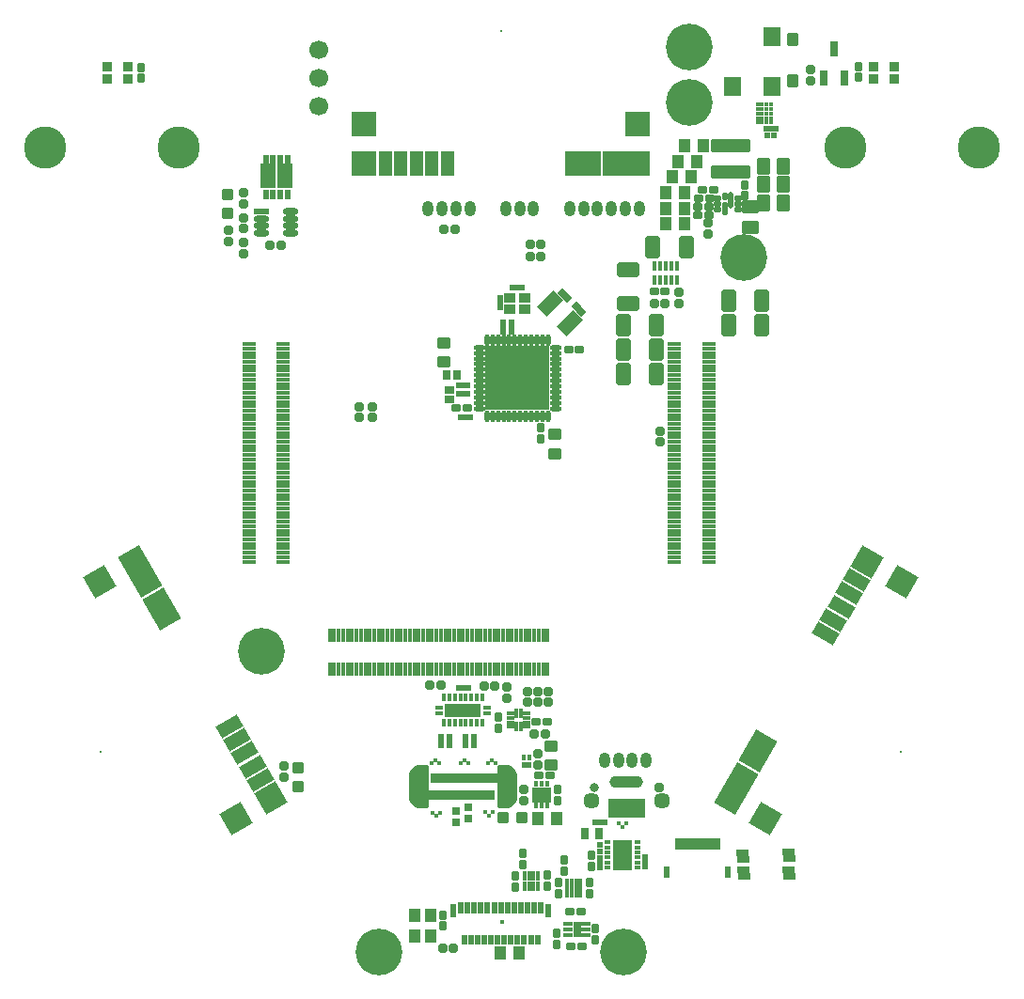
<source format=gts>
G04*
G04 #@! TF.GenerationSoftware,Altium Limited,Altium Designer,21.2.2 (38)*
G04*
G04 Layer_Color=8388736*
%FSLAX25Y25*%
%MOIN*%
G70*
G04*
G04 #@! TF.SameCoordinates,0FD90602-BBB3-4F14-90EE-D32430874176*
G04*
G04*
G04 #@! TF.FilePolarity,Negative*
G04*
G01*
G75*
G04:AMPARAMS|DCode=110|XSize=47.24mil|YSize=27.56mil|CornerRadius=0mil|HoleSize=0mil|Usage=FLASHONLY|Rotation=45.000|XOffset=0mil|YOffset=0mil|HoleType=Round|Shape=Round|*
%AMOVALD110*
21,1,0.01968,0.02756,0.00000,0.00000,45.0*
1,1,0.02756,-0.00696,-0.00696*
1,1,0.02756,0.00696,0.00696*
%
%ADD110OVALD110*%

G04:AMPARAMS|DCode=111|XSize=47.24mil|YSize=27.56mil|CornerRadius=0mil|HoleSize=0mil|Usage=FLASHONLY|Rotation=135.000|XOffset=0mil|YOffset=0mil|HoleType=Round|Shape=Round|*
%AMOVALD111*
21,1,0.01968,0.02756,0.00000,0.00000,135.0*
1,1,0.02756,0.00696,-0.00696*
1,1,0.02756,-0.00696,0.00696*
%
%ADD111OVALD111*%

%ADD112O,0.02559X0.01772*%
%ADD119C,0.01772*%
G04:AMPARAMS|DCode=124|XSize=31.5mil|YSize=31.5mil|CornerRadius=6.3mil|HoleSize=0mil|Usage=FLASHONLY|Rotation=270.000|XOffset=0mil|YOffset=0mil|HoleType=Round|Shape=RoundedRectangle|*
%AMROUNDEDRECTD124*
21,1,0.03150,0.01890,0,0,270.0*
21,1,0.01890,0.03150,0,0,270.0*
1,1,0.01260,-0.00945,-0.00945*
1,1,0.01260,-0.00945,0.00945*
1,1,0.01260,0.00945,0.00945*
1,1,0.01260,0.00945,-0.00945*
%
%ADD124ROUNDEDRECTD124*%
%ADD125R,0.05118X0.01575*%
%ADD126R,0.01575X0.05118*%
%ADD127R,0.01968X0.03740*%
%ADD128R,0.01772X0.02362*%
%ADD129R,0.03543X0.02362*%
G04:AMPARAMS|DCode=130|XSize=62.99mil|YSize=47.24mil|CornerRadius=8.86mil|HoleSize=0mil|Usage=FLASHONLY|Rotation=90.000|XOffset=0mil|YOffset=0mil|HoleType=Round|Shape=RoundedRectangle|*
%AMROUNDEDRECTD130*
21,1,0.06299,0.02953,0,0,90.0*
21,1,0.04528,0.04724,0,0,90.0*
1,1,0.01772,0.01476,0.02264*
1,1,0.01772,0.01476,-0.02264*
1,1,0.01772,-0.01476,-0.02264*
1,1,0.01772,-0.01476,0.02264*
%
%ADD130ROUNDEDRECTD130*%
%ADD131R,0.02362X0.02165*%
%ADD132R,0.02677X0.02441*%
%ADD133C,0.01693*%
G04:AMPARAMS|DCode=134|XSize=47.24mil|YSize=43.31mil|CornerRadius=8.37mil|HoleSize=0mil|Usage=FLASHONLY|Rotation=270.000|XOffset=0mil|YOffset=0mil|HoleType=Round|Shape=RoundedRectangle|*
%AMROUNDEDRECTD134*
21,1,0.04724,0.02657,0,0,270.0*
21,1,0.03051,0.04331,0,0,270.0*
1,1,0.01673,-0.01329,-0.01526*
1,1,0.01673,-0.01329,0.01526*
1,1,0.01673,0.01329,0.01526*
1,1,0.01673,0.01329,-0.01526*
%
%ADD134ROUNDEDRECTD134*%
G04:AMPARAMS|DCode=135|XSize=27.56mil|YSize=31.5mil|CornerRadius=5.91mil|HoleSize=0mil|Usage=FLASHONLY|Rotation=90.000|XOffset=0mil|YOffset=0mil|HoleType=Round|Shape=RoundedRectangle|*
%AMROUNDEDRECTD135*
21,1,0.02756,0.01968,0,0,90.0*
21,1,0.01575,0.03150,0,0,90.0*
1,1,0.01181,0.00984,0.00787*
1,1,0.01181,0.00984,-0.00787*
1,1,0.01181,-0.00984,-0.00787*
1,1,0.01181,-0.00984,0.00787*
%
%ADD135ROUNDEDRECTD135*%
G04:AMPARAMS|DCode=136|XSize=47.24mil|YSize=141.73mil|CornerRadius=9.84mil|HoleSize=0mil|Usage=FLASHONLY|Rotation=90.000|XOffset=0mil|YOffset=0mil|HoleType=Round|Shape=RoundedRectangle|*
%AMROUNDEDRECTD136*
21,1,0.04724,0.12205,0,0,90.0*
21,1,0.02756,0.14173,0,0,90.0*
1,1,0.01968,0.06102,0.01378*
1,1,0.01968,0.06102,-0.01378*
1,1,0.01968,-0.06102,-0.01378*
1,1,0.01968,-0.06102,0.01378*
%
%ADD136ROUNDEDRECTD136*%
G04:AMPARAMS|DCode=137|XSize=29.53mil|YSize=17.72mil|CornerRadius=5.41mil|HoleSize=0mil|Usage=FLASHONLY|Rotation=0.000|XOffset=0mil|YOffset=0mil|HoleType=Round|Shape=RoundedRectangle|*
%AMROUNDEDRECTD137*
21,1,0.02953,0.00689,0,0,0.0*
21,1,0.01870,0.01772,0,0,0.0*
1,1,0.01083,0.00935,-0.00345*
1,1,0.01083,-0.00935,-0.00345*
1,1,0.01083,-0.00935,0.00345*
1,1,0.01083,0.00935,0.00345*
%
%ADD137ROUNDEDRECTD137*%
G04:AMPARAMS|DCode=138|XSize=17.72mil|YSize=29.53mil|CornerRadius=5.41mil|HoleSize=0mil|Usage=FLASHONLY|Rotation=0.000|XOffset=0mil|YOffset=0mil|HoleType=Round|Shape=RoundedRectangle|*
%AMROUNDEDRECTD138*
21,1,0.01772,0.01870,0,0,0.0*
21,1,0.00689,0.02953,0,0,0.0*
1,1,0.01083,0.00345,-0.00935*
1,1,0.01083,-0.00345,-0.00935*
1,1,0.01083,-0.00345,0.00935*
1,1,0.01083,0.00345,0.00935*
%
%ADD138ROUNDEDRECTD138*%
G04:AMPARAMS|DCode=139|XSize=17.72mil|YSize=59.06mil|CornerRadius=5.41mil|HoleSize=0mil|Usage=FLASHONLY|Rotation=0.000|XOffset=0mil|YOffset=0mil|HoleType=Round|Shape=RoundedRectangle|*
%AMROUNDEDRECTD139*
21,1,0.01772,0.04823,0,0,0.0*
21,1,0.00689,0.05906,0,0,0.0*
1,1,0.01083,0.00345,-0.02411*
1,1,0.01083,-0.00345,-0.02411*
1,1,0.01083,-0.00345,0.02411*
1,1,0.01083,0.00345,0.02411*
%
%ADD139ROUNDEDRECTD139*%
G04:AMPARAMS|DCode=140|XSize=17.72mil|YSize=47.24mil|CornerRadius=5.41mil|HoleSize=0mil|Usage=FLASHONLY|Rotation=0.000|XOffset=0mil|YOffset=0mil|HoleType=Round|Shape=RoundedRectangle|*
%AMROUNDEDRECTD140*
21,1,0.01772,0.03642,0,0,0.0*
21,1,0.00689,0.04724,0,0,0.0*
1,1,0.01083,0.00345,-0.01821*
1,1,0.01083,-0.00345,-0.01821*
1,1,0.01083,-0.00345,0.01821*
1,1,0.01083,0.00345,0.01821*
%
%ADD140ROUNDEDRECTD140*%
G04:AMPARAMS|DCode=141|XSize=27.56mil|YSize=31.5mil|CornerRadius=5.91mil|HoleSize=0mil|Usage=FLASHONLY|Rotation=180.000|XOffset=0mil|YOffset=0mil|HoleType=Round|Shape=RoundedRectangle|*
%AMROUNDEDRECTD141*
21,1,0.02756,0.01968,0,0,180.0*
21,1,0.01575,0.03150,0,0,180.0*
1,1,0.01181,-0.00787,0.00984*
1,1,0.01181,0.00787,0.00984*
1,1,0.01181,0.00787,-0.00984*
1,1,0.01181,-0.00787,-0.00984*
%
%ADD141ROUNDEDRECTD141*%
G04:AMPARAMS|DCode=142|XSize=31.5mil|YSize=31.5mil|CornerRadius=6.3mil|HoleSize=0mil|Usage=FLASHONLY|Rotation=180.000|XOffset=0mil|YOffset=0mil|HoleType=Round|Shape=RoundedRectangle|*
%AMROUNDEDRECTD142*
21,1,0.03150,0.01890,0,0,180.0*
21,1,0.01890,0.03150,0,0,180.0*
1,1,0.01260,-0.00945,0.00945*
1,1,0.01260,0.00945,0.00945*
1,1,0.01260,0.00945,-0.00945*
1,1,0.01260,-0.00945,-0.00945*
%
%ADD142ROUNDEDRECTD142*%
G04:AMPARAMS|DCode=143|XSize=15.75mil|YSize=35.43mil|CornerRadius=5.12mil|HoleSize=0mil|Usage=FLASHONLY|Rotation=180.000|XOffset=0mil|YOffset=0mil|HoleType=Round|Shape=RoundedRectangle|*
%AMROUNDEDRECTD143*
21,1,0.01575,0.02520,0,0,180.0*
21,1,0.00551,0.03543,0,0,180.0*
1,1,0.01024,-0.00276,0.01260*
1,1,0.01024,0.00276,0.01260*
1,1,0.01024,0.00276,-0.01260*
1,1,0.01024,-0.00276,-0.01260*
%
%ADD143ROUNDEDRECTD143*%
G04:AMPARAMS|DCode=144|XSize=39.37mil|YSize=39.37mil|CornerRadius=7.87mil|HoleSize=0mil|Usage=FLASHONLY|Rotation=270.000|XOffset=0mil|YOffset=0mil|HoleType=Round|Shape=RoundedRectangle|*
%AMROUNDEDRECTD144*
21,1,0.03937,0.02362,0,0,270.0*
21,1,0.02362,0.03937,0,0,270.0*
1,1,0.01575,-0.01181,-0.01181*
1,1,0.01575,-0.01181,0.01181*
1,1,0.01575,0.01181,0.01181*
1,1,0.01575,0.01181,-0.01181*
%
%ADD144ROUNDEDRECTD144*%
%ADD145R,0.02953X0.04331*%
%ADD146R,0.02362X0.01772*%
%ADD147R,0.07102X0.10646*%
%ADD148R,0.02441X0.02677*%
%ADD149R,0.02165X0.02362*%
%ADD150R,0.01575X0.01575*%
G04:AMPARAMS|DCode=151|XSize=47.24mil|YSize=86.61mil|CornerRadius=0mil|HoleSize=0mil|Usage=FLASHONLY|Rotation=240.000|XOffset=0mil|YOffset=0mil|HoleType=Round|Shape=Rectangle|*
%AMROTATEDRECTD151*
4,1,4,-0.02569,0.04211,0.04932,-0.00120,0.02569,-0.04211,-0.04932,0.00120,-0.02569,0.04211,0.0*
%
%ADD151ROTATEDRECTD151*%

%ADD152P,0.12249X4X285.0*%
G04:AMPARAMS|DCode=153|XSize=125.98mil|YSize=86.61mil|CornerRadius=0mil|HoleSize=0mil|Usage=FLASHONLY|Rotation=240.000|XOffset=0mil|YOffset=0mil|HoleType=Round|Shape=Rectangle|*
%AMROTATEDRECTD153*
4,1,4,-0.00601,0.07621,0.06900,0.03290,0.00601,-0.07621,-0.06900,-0.03290,-0.00601,0.07621,0.0*
%
%ADD153ROTATEDRECTD153*%

G04:AMPARAMS|DCode=154|XSize=165.35mil|YSize=86.61mil|CornerRadius=0mil|HoleSize=0mil|Usage=FLASHONLY|Rotation=240.000|XOffset=0mil|YOffset=0mil|HoleType=Round|Shape=Rectangle|*
%AMROTATEDRECTD154*
4,1,4,0.00383,0.09325,0.07884,0.04995,-0.00383,-0.09325,-0.07884,-0.04995,0.00383,0.09325,0.0*
%
%ADD154ROTATEDRECTD154*%

G04:AMPARAMS|DCode=155|XSize=51.18mil|YSize=82.68mil|CornerRadius=0mil|HoleSize=0mil|Usage=FLASHONLY|Rotation=315.000|XOffset=0mil|YOffset=0mil|HoleType=Round|Shape=Rectangle|*
%AMROTATEDRECTD155*
4,1,4,-0.04733,-0.01114,0.01114,0.04733,0.04733,0.01114,-0.01114,-0.04733,-0.04733,-0.01114,0.0*
%
%ADD155ROTATEDRECTD155*%

%ADD156R,0.01981X0.03950*%
%ADD157R,0.02375X0.03950*%
%ADD158R,0.02559X0.06693*%
G04:AMPARAMS|DCode=159|XSize=47.24mil|YSize=43.31mil|CornerRadius=0mil|HoleSize=0mil|Usage=FLASHONLY|Rotation=91.000|XOffset=0mil|YOffset=0mil|HoleType=Round|Shape=Rectangle|*
%AMROTATEDRECTD159*
4,1,4,0.02206,-0.02324,-0.02124,-0.02400,-0.02206,0.02324,0.02124,0.02400,0.02206,-0.02324,0.0*
%
%ADD159ROTATEDRECTD159*%

%ADD160R,0.03110X0.03228*%
%ADD161R,0.22835X0.22835*%
%ADD162O,0.04134X0.01772*%
%ADD163O,0.01772X0.04134*%
G04:AMPARAMS|DCode=164|XSize=47.24mil|YSize=43.31mil|CornerRadius=8.37mil|HoleSize=0mil|Usage=FLASHONLY|Rotation=180.000|XOffset=0mil|YOffset=0mil|HoleType=Round|Shape=RoundedRectangle|*
%AMROUNDEDRECTD164*
21,1,0.04724,0.02657,0,0,180.0*
21,1,0.03051,0.04331,0,0,180.0*
1,1,0.01673,-0.01526,0.01329*
1,1,0.01673,0.01526,0.01329*
1,1,0.01673,0.01526,-0.01329*
1,1,0.01673,-0.01526,-0.01329*
%
%ADD164ROUNDEDRECTD164*%
%ADD165R,0.04134X0.03740*%
G04:AMPARAMS|DCode=166|XSize=24.41mil|YSize=26.77mil|CornerRadius=0mil|HoleSize=0mil|Usage=FLASHONLY|Rotation=45.000|XOffset=0mil|YOffset=0mil|HoleType=Round|Shape=Rectangle|*
%AMROTATEDRECTD166*
4,1,4,0.00084,-0.01810,-0.01810,0.00084,-0.00084,0.01810,0.01810,-0.00084,0.00084,-0.01810,0.0*
%
%ADD166ROTATEDRECTD166*%

%ADD167R,0.03228X0.03110*%
G04:AMPARAMS|DCode=168|XSize=78.74mil|YSize=53.15mil|CornerRadius=9.6mil|HoleSize=0mil|Usage=FLASHONLY|Rotation=270.000|XOffset=0mil|YOffset=0mil|HoleType=Round|Shape=RoundedRectangle|*
%AMROUNDEDRECTD168*
21,1,0.07874,0.03396,0,0,270.0*
21,1,0.05955,0.05315,0,0,270.0*
1,1,0.01919,-0.01698,-0.02977*
1,1,0.01919,-0.01698,0.02977*
1,1,0.01919,0.01698,0.02977*
1,1,0.01919,0.01698,-0.02977*
%
%ADD168ROUNDEDRECTD168*%
%ADD169R,0.01968X0.03937*%
%ADD170R,0.01968X0.03347*%
%ADD171R,0.02362X0.04528*%
%ADD172R,0.04331X0.05118*%
%ADD173R,0.02756X0.05748*%
%ADD174R,0.03543X0.01772*%
G04:AMPARAMS|DCode=175|XSize=62.99mil|YSize=47.24mil|CornerRadius=8.86mil|HoleSize=0mil|Usage=FLASHONLY|Rotation=0.000|XOffset=0mil|YOffset=0mil|HoleType=Round|Shape=RoundedRectangle|*
%AMROUNDEDRECTD175*
21,1,0.06299,0.02953,0,0,0.0*
21,1,0.04528,0.04724,0,0,0.0*
1,1,0.01772,0.02264,-0.01476*
1,1,0.01772,-0.02264,-0.01476*
1,1,0.01772,-0.02264,0.01476*
1,1,0.01772,0.02264,0.01476*
%
%ADD175ROUNDEDRECTD175*%
%ADD176R,0.03543X0.03543*%
%ADD177R,0.05906X0.06693*%
G04:AMPARAMS|DCode=178|XSize=39.37mil|YSize=39.37mil|CornerRadius=7.87mil|HoleSize=0mil|Usage=FLASHONLY|Rotation=0.000|XOffset=0mil|YOffset=0mil|HoleType=Round|Shape=RoundedRectangle|*
%AMROUNDEDRECTD178*
21,1,0.03937,0.02362,0,0,0.0*
21,1,0.02362,0.03937,0,0,0.0*
1,1,0.01575,0.01181,-0.01181*
1,1,0.01575,-0.01181,-0.01181*
1,1,0.01575,-0.01181,0.01181*
1,1,0.01575,0.01181,0.01181*
%
%ADD178ROUNDEDRECTD178*%
%ADD179R,0.07099X0.05524*%
%ADD180R,0.01772X0.02165*%
%ADD181R,0.01968X0.03543*%
%ADD182R,0.05433X0.09016*%
%ADD183O,0.05591X0.02362*%
%ADD184R,0.05591X0.02362*%
%ADD185R,0.02756X0.03150*%
%ADD186R,0.12598X0.04724*%
%ADD187R,0.03150X0.01772*%
%ADD188R,0.01772X0.03150*%
%ADD189R,0.01654X0.03543*%
%ADD190R,0.02559X0.01654*%
G04:AMPARAMS|DCode=191|XSize=47.24mil|YSize=86.61mil|CornerRadius=0mil|HoleSize=0mil|Usage=FLASHONLY|Rotation=120.000|XOffset=0mil|YOffset=0mil|HoleType=Round|Shape=Rectangle|*
%AMROTATEDRECTD191*
4,1,4,0.04932,0.00120,-0.02569,-0.04211,-0.04932,-0.00120,0.02569,0.04211,0.04932,0.00120,0.0*
%
%ADD191ROTATEDRECTD191*%

%ADD192R,0.04724X0.08661*%
%ADD193R,0.08661X0.08661*%
%ADD194R,0.12598X0.08661*%
%ADD195R,0.16535X0.08661*%
%ADD196P,0.12249X4X165.0*%
G04:AMPARAMS|DCode=197|XSize=125.98mil|YSize=86.61mil|CornerRadius=0mil|HoleSize=0mil|Usage=FLASHONLY|Rotation=120.000|XOffset=0mil|YOffset=0mil|HoleType=Round|Shape=Rectangle|*
%AMROTATEDRECTD197*
4,1,4,0.06900,-0.03290,-0.00601,-0.07621,-0.06900,0.03290,0.00601,0.07621,0.06900,-0.03290,0.0*
%
%ADD197ROTATEDRECTD197*%

G04:AMPARAMS|DCode=198|XSize=165.35mil|YSize=86.61mil|CornerRadius=0mil|HoleSize=0mil|Usage=FLASHONLY|Rotation=120.000|XOffset=0mil|YOffset=0mil|HoleType=Round|Shape=Rectangle|*
%AMROTATEDRECTD198*
4,1,4,0.07884,-0.04995,0.00383,-0.09325,-0.07884,0.04995,-0.00383,0.09325,0.07884,-0.04995,0.0*
%
%ADD198ROTATEDRECTD198*%

%ADD199R,0.01772X0.03347*%
G04:AMPARAMS|DCode=200|XSize=78.74mil|YSize=53.15mil|CornerRadius=9.6mil|HoleSize=0mil|Usage=FLASHONLY|Rotation=0.000|XOffset=0mil|YOffset=0mil|HoleType=Round|Shape=RoundedRectangle|*
%AMROUNDEDRECTD200*
21,1,0.07874,0.03396,0,0,0.0*
21,1,0.05955,0.05315,0,0,0.0*
1,1,0.01919,0.02977,-0.01698*
1,1,0.01919,-0.02977,-0.01698*
1,1,0.01919,-0.02977,0.01698*
1,1,0.01919,0.02977,0.01698*
%
%ADD200ROUNDEDRECTD200*%
G04:AMPARAMS|DCode=201|XSize=39.37mil|YSize=47.24mil|CornerRadius=7.87mil|HoleSize=0mil|Usage=FLASHONLY|Rotation=0.000|XOffset=0mil|YOffset=0mil|HoleType=Round|Shape=RoundedRectangle|*
%AMROUNDEDRECTD201*
21,1,0.03937,0.03150,0,0,0.0*
21,1,0.02362,0.04724,0,0,0.0*
1,1,0.01575,0.01181,-0.01575*
1,1,0.01575,-0.01181,-0.01575*
1,1,0.01575,-0.01181,0.01575*
1,1,0.01575,0.01181,0.01575*
%
%ADD201ROUNDEDRECTD201*%
%ADD202R,0.03150X0.05512*%
%ADD203R,0.01968X0.03543*%
%ADD204C,0.00800*%
%ADD205C,0.16535*%
%ADD206O,0.03937X0.05512*%
%ADD207C,0.14961*%
%ADD208O,0.11811X0.04331*%
%ADD209C,0.03740*%
%ADD210C,0.03150*%
%ADD211C,0.05709*%
%ADD212C,0.06693*%
G36*
X154628Y74316D02*
X154705Y74316D01*
X154720Y74315D01*
X154756Y74313D01*
X154807Y74302D01*
X154807D01*
X154807Y74302D01*
X154833Y74294D01*
X154856Y74286D01*
X155000Y74226D01*
X155000D01*
X155000Y74226D01*
X155000Y74226D01*
X155011Y74221D01*
X155047Y74203D01*
X155060Y74194D01*
X155089Y74174D01*
X155120Y74148D01*
X155128Y74140D01*
X155128Y74140D01*
D01*
D01*
X155239Y74030D01*
X155239Y74030D01*
X155273Y73991D01*
X155302Y73948D01*
D01*
X155302Y73948D01*
X155311Y73928D01*
X155324Y73902D01*
X155384Y73757D01*
X155384Y73757D01*
X155401Y73708D01*
X155409Y73668D01*
X155411Y73657D01*
X155413Y73621D01*
X155414Y73606D01*
X155414Y73528D01*
Y73528D01*
Y73528D01*
X155414Y59551D01*
X155414Y59551D01*
X155414Y59473D01*
Y59473D01*
Y59473D01*
X155411Y59421D01*
X155405Y59391D01*
X155401Y59371D01*
X155401Y59371D01*
D01*
X155400Y59369D01*
X155384Y59322D01*
X155384Y59322D01*
X155324Y59177D01*
X155324Y59177D01*
X155301Y59131D01*
X155287Y59109D01*
X155273Y59088D01*
X155249Y59061D01*
X155239Y59049D01*
X155128Y58938D01*
X155128Y58938D01*
X155089Y58904D01*
X155068Y58890D01*
X155046Y58876D01*
X155000Y58853D01*
X155000Y58853D01*
X155000Y58853D01*
X154855Y58793D01*
X154855Y58793D01*
X154855Y58793D01*
X154809Y58777D01*
X154806Y58776D01*
D01*
X154806Y58776D01*
X154779Y58771D01*
X154756Y58766D01*
X154756Y58766D01*
X154756D01*
X154745Y58765D01*
X154704Y58763D01*
X154704D01*
X154704D01*
X154626Y58763D01*
D01*
X152855Y58763D01*
X152855Y58763D01*
X152467Y58763D01*
X152454Y58764D01*
X152441D01*
X152428Y58766D01*
X152416Y58766D01*
X152403Y58769D01*
X152390Y58771D01*
X151629Y58922D01*
X151617Y58925D01*
X151604Y58928D01*
X151592Y58932D01*
X151579Y58935D01*
X151568Y58940D01*
X151555Y58944D01*
X150839Y59241D01*
X150827Y59247D01*
X150815Y59252D01*
X150804Y59258D01*
X150792Y59264D01*
X150782Y59271D01*
X150770Y59277D01*
X150126Y59708D01*
X150115Y59716D01*
X150105Y59723D01*
X150095Y59732D01*
X150085Y59740D01*
X150075Y59749D01*
X150066Y59757D01*
X149517Y60306D01*
X149509Y60316D01*
X149500Y60325D01*
X149492Y60335D01*
X149483Y60345D01*
X149476Y60355D01*
X149468Y60366D01*
X149037Y61010D01*
X149031Y61022D01*
X149024Y61032D01*
X149018Y61044D01*
X149012Y61055D01*
X149007Y61067D01*
X149001Y61079D01*
X148704Y61795D01*
X148700Y61807D01*
X148695Y61819D01*
X148692Y61832D01*
X148688Y61844D01*
X148685Y61857D01*
X148682Y61869D01*
X148530Y62630D01*
X148529Y62643D01*
X148526Y62655D01*
X148525Y62668D01*
X148524Y62681D01*
Y62694D01*
X148523Y62707D01*
Y63095D01*
X148523Y69984D01*
X148523Y69984D01*
X148523Y70372D01*
X148523Y70385D01*
Y70398D01*
X148525Y70411D01*
X148526Y70423D01*
X148529Y70436D01*
X148530Y70449D01*
X148681Y71209D01*
X148685Y71222D01*
X148687Y71235D01*
X148691Y71247D01*
X148695Y71259D01*
X148700Y71271D01*
X148704Y71284D01*
X149001Y72000D01*
X149006Y72012D01*
X149011Y72023D01*
X149018Y72035D01*
X149023Y72046D01*
X149031Y72057D01*
X149037Y72068D01*
X149468Y72713D01*
X149476Y72723D01*
X149483Y72734D01*
X149492Y72744D01*
X149499Y72754D01*
X149509Y72763D01*
X149517Y72773D01*
X150065Y73321D01*
X150075Y73330D01*
X150084Y73339D01*
X150094Y73347D01*
X150104Y73355D01*
X150115Y73362D01*
X150125Y73370D01*
X150770Y73801D01*
X150781Y73808D01*
X150792Y73815D01*
X150803Y73820D01*
X150815Y73827D01*
X150826Y73832D01*
X150838Y73838D01*
X151555Y74134D01*
X151567Y74138D01*
X151579Y74143D01*
X151591Y74147D01*
X151603Y74151D01*
X151616Y74154D01*
X151628Y74157D01*
X152389Y74308D01*
X152402Y74310D01*
X152415Y74312D01*
X152427Y74313D01*
X152440Y74315D01*
X152453D01*
X152466Y74316D01*
X152854Y74316D01*
D01*
X154626Y74316D01*
X154628Y74316D01*
D02*
G37*
G36*
X180807Y74316D02*
D01*
X182480Y74316D01*
X182481Y74316D01*
X182878Y74316D01*
X182890Y74315D01*
X182903D01*
X182916Y74313D01*
X182929Y74313D01*
X182942Y74310D01*
X182955Y74308D01*
X183734Y74153D01*
X183747Y74150D01*
X183759Y74147D01*
X183772Y74143D01*
X183784Y74140D01*
X183796Y74135D01*
X183808Y74131D01*
X184543Y73827D01*
X184554Y73821D01*
X184566Y73816D01*
X184578Y73810D01*
X184589Y73804D01*
X184600Y73797D01*
X184611Y73790D01*
X185272Y73349D01*
X185282Y73341D01*
X185293Y73334D01*
X185303Y73325D01*
X185313Y73317D01*
X185322Y73308D01*
X185332Y73300D01*
X185894Y72738D01*
X185903Y72728D01*
X185912Y72719D01*
X185919Y72708D01*
X185928Y72699D01*
X185935Y72688D01*
X185943Y72678D01*
X186385Y72017D01*
X186391Y72006D01*
X186398Y71995D01*
X186404Y71983D01*
X186411Y71972D01*
X186416Y71960D01*
X186421Y71949D01*
X186725Y71214D01*
X186730Y71202D01*
X186734Y71190D01*
X186738Y71177D01*
X186742Y71165D01*
X186745Y71153D01*
X186748Y71140D01*
X186903Y70360D01*
X186905Y70347D01*
X186907Y70335D01*
X186908Y70322D01*
X186910Y70309D01*
Y70296D01*
X186911Y70283D01*
X186910Y69886D01*
D01*
X186910Y63094D01*
X186910Y63094D01*
X186910Y62707D01*
X186909Y62694D01*
Y62681D01*
X186908Y62668D01*
X186907Y62655D01*
X186904Y62643D01*
X186902Y62630D01*
X186751Y61869D01*
X186748Y61857D01*
X186745Y61844D01*
X186741Y61832D01*
X186738Y61819D01*
X186733Y61807D01*
X186729Y61795D01*
X186432Y61079D01*
X186426Y61067D01*
X186421Y61055D01*
X186415Y61044D01*
X186409Y61032D01*
X186402Y61022D01*
X186396Y61011D01*
X185965Y60366D01*
X185957Y60356D01*
X185950Y60345D01*
X185941Y60335D01*
X185933Y60325D01*
X185924Y60316D01*
X185916Y60306D01*
X185368Y59758D01*
X185358Y59749D01*
X185349Y59740D01*
X185338Y59732D01*
X185329Y59724D01*
X185318Y59717D01*
X185308Y59709D01*
X184663Y59278D01*
X184652Y59271D01*
X184641Y59264D01*
X184630Y59259D01*
X184618Y59252D01*
X184606Y59247D01*
X184595Y59241D01*
X183879Y58944D01*
X183866Y58940D01*
X183854Y58935D01*
X183842Y58932D01*
X183830Y58928D01*
X183817Y58925D01*
X183805Y58922D01*
X183044Y58771D01*
X183031Y58769D01*
X183019Y58766D01*
X183006Y58766D01*
X182993Y58764D01*
X182980D01*
X182967Y58763D01*
X182579Y58763D01*
X182579D01*
X182579D01*
X180807Y58763D01*
X180807Y58763D01*
X180806Y58763D01*
X180728Y58763D01*
X180704Y58764D01*
X180677Y58766D01*
X180677Y58766D01*
X180677D01*
X180626Y58776D01*
X180577Y58793D01*
X180577Y58793D01*
X180433Y58853D01*
X180433Y58853D01*
X180433Y58853D01*
X180433Y58853D01*
X180426Y58856D01*
X180386Y58876D01*
X180361Y58893D01*
X180343Y58905D01*
X180315Y58930D01*
X180305Y58939D01*
X180305Y58939D01*
D01*
D01*
X180194Y59049D01*
X180194Y59049D01*
X180160Y59088D01*
X180160Y59088D01*
X180160Y59088D01*
X180131Y59131D01*
X180113Y59169D01*
X180109Y59177D01*
X180109Y59177D01*
X180109Y59177D01*
X180109Y59177D01*
X180049Y59322D01*
X180049Y59322D01*
X180049Y59322D01*
X180049Y59322D01*
X180044Y59335D01*
X180032Y59371D01*
X180022Y59421D01*
Y59421D01*
X180022Y59421D01*
X180020Y59454D01*
X180019Y59473D01*
Y59551D01*
X180019Y73527D01*
X180019Y73606D01*
Y73606D01*
Y73606D01*
X180022Y73656D01*
X180022Y73657D01*
D01*
X180022Y73657D01*
X180027Y73681D01*
X180032Y73708D01*
X180049Y73757D01*
X180049Y73757D01*
X180049Y73757D01*
X180109Y73901D01*
X180109Y73902D01*
X180109Y73902D01*
X180132Y73948D01*
X180147Y73971D01*
X180160Y73991D01*
X180194Y74030D01*
X180194Y74030D01*
X180194Y74030D01*
X180305Y74141D01*
X180305Y74141D01*
X180305Y74141D01*
X180314Y74148D01*
X180344Y74174D01*
X180344Y74174D01*
X180344Y74175D01*
X180361Y74186D01*
X180387Y74203D01*
X180387Y74203D01*
D01*
X180391Y74205D01*
X180433Y74226D01*
X180433Y74226D01*
X180433Y74226D01*
X180578Y74286D01*
X180578Y74286D01*
X180578Y74286D01*
X180615Y74299D01*
X180627Y74303D01*
X180627Y74303D01*
X180627Y74303D01*
X180650Y74307D01*
X180677Y74313D01*
X180677Y74313D01*
X180678D01*
X180692Y74314D01*
X180729Y74316D01*
X180729D01*
X180729D01*
X180807Y74316D01*
D02*
G37*
D110*
X151988Y70870D02*
D03*
X183445Y62209D02*
D03*
D111*
X151988D02*
D03*
X183445Y70870D02*
D03*
D112*
X152854Y66539D02*
D03*
X182579D02*
D03*
D119*
X181496Y18504D02*
D03*
D124*
X155807Y102362D02*
D03*
X159744D02*
D03*
X254921Y272146D02*
D03*
X250984D02*
D03*
X196949Y85039D02*
D03*
X193012D02*
D03*
X160433Y9252D02*
D03*
X164370D02*
D03*
X175099Y102067D02*
D03*
X179035D02*
D03*
X195374Y258957D02*
D03*
X191437D02*
D03*
X195374Y254527D02*
D03*
X191437D02*
D03*
X103150Y258661D02*
D03*
X99213D02*
D03*
X235433Y237795D02*
D03*
X239370D02*
D03*
X164961Y264173D02*
D03*
X161024D02*
D03*
D125*
X103976Y215591D02*
D03*
Y214016D02*
D03*
Y210866D02*
D03*
Y212441D02*
D03*
Y206142D02*
D03*
Y204567D02*
D03*
Y207717D02*
D03*
Y209291D02*
D03*
Y199843D02*
D03*
Y198268D02*
D03*
Y201417D02*
D03*
Y202992D02*
D03*
Y193543D02*
D03*
Y191969D02*
D03*
Y195118D02*
D03*
Y196693D02*
D03*
Y187244D02*
D03*
Y185669D02*
D03*
Y188819D02*
D03*
Y190394D02*
D03*
Y180945D02*
D03*
Y179370D02*
D03*
Y182520D02*
D03*
Y184095D02*
D03*
Y177795D02*
D03*
X91851Y176221D02*
D03*
Y182520D02*
D03*
Y180945D02*
D03*
Y177795D02*
D03*
Y179370D02*
D03*
Y188819D02*
D03*
Y187244D02*
D03*
Y184095D02*
D03*
Y185669D02*
D03*
Y195118D02*
D03*
Y193543D02*
D03*
Y190394D02*
D03*
Y191969D02*
D03*
Y201417D02*
D03*
Y199843D02*
D03*
Y196693D02*
D03*
Y198268D02*
D03*
Y209291D02*
D03*
Y207717D02*
D03*
Y202992D02*
D03*
Y206142D02*
D03*
Y212441D02*
D03*
Y210866D02*
D03*
Y214016D02*
D03*
Y215591D02*
D03*
Y174646D02*
D03*
Y173071D02*
D03*
Y169921D02*
D03*
Y171496D02*
D03*
Y165197D02*
D03*
Y163622D02*
D03*
Y166772D02*
D03*
Y168347D02*
D03*
Y158898D02*
D03*
Y157323D02*
D03*
Y160473D02*
D03*
Y162047D02*
D03*
Y204567D02*
D03*
Y154173D02*
D03*
Y155748D02*
D03*
X103976Y157323D02*
D03*
Y155748D02*
D03*
Y154173D02*
D03*
Y163622D02*
D03*
Y162047D02*
D03*
Y158898D02*
D03*
Y160473D02*
D03*
Y169921D02*
D03*
Y168347D02*
D03*
Y165197D02*
D03*
Y166772D02*
D03*
Y173071D02*
D03*
Y171496D02*
D03*
Y174646D02*
D03*
Y176221D02*
D03*
X91851Y217165D02*
D03*
X103976D02*
D03*
Y152599D02*
D03*
X91851Y152599D02*
D03*
X103976Y218740D02*
D03*
X91851D02*
D03*
Y151024D02*
D03*
X103976Y151024D02*
D03*
X91851Y220315D02*
D03*
X103976D02*
D03*
Y149449D02*
D03*
X91851Y149449D02*
D03*
X103976Y223465D02*
D03*
X91851D02*
D03*
Y221890D02*
D03*
X103976D02*
D03*
X91851Y146299D02*
D03*
X103976Y146299D02*
D03*
Y147874D02*
D03*
X91851Y147874D02*
D03*
X254803Y215591D02*
D03*
Y214016D02*
D03*
Y210866D02*
D03*
Y212441D02*
D03*
Y206142D02*
D03*
Y204567D02*
D03*
Y207717D02*
D03*
Y209291D02*
D03*
Y199843D02*
D03*
Y198268D02*
D03*
Y201417D02*
D03*
Y202992D02*
D03*
Y193543D02*
D03*
Y191969D02*
D03*
Y195118D02*
D03*
Y196693D02*
D03*
Y187244D02*
D03*
Y185669D02*
D03*
Y188819D02*
D03*
Y190394D02*
D03*
Y180945D02*
D03*
Y179370D02*
D03*
Y182520D02*
D03*
Y184095D02*
D03*
Y177795D02*
D03*
X242677Y176221D02*
D03*
Y182520D02*
D03*
Y180945D02*
D03*
Y177795D02*
D03*
Y179370D02*
D03*
Y188819D02*
D03*
Y187244D02*
D03*
Y184095D02*
D03*
Y185669D02*
D03*
Y195118D02*
D03*
Y193543D02*
D03*
Y190394D02*
D03*
Y191969D02*
D03*
Y201417D02*
D03*
Y199843D02*
D03*
Y196693D02*
D03*
Y198268D02*
D03*
Y209291D02*
D03*
Y207717D02*
D03*
Y202992D02*
D03*
Y206142D02*
D03*
Y212441D02*
D03*
Y210866D02*
D03*
Y214016D02*
D03*
Y215591D02*
D03*
Y174646D02*
D03*
Y173071D02*
D03*
Y169921D02*
D03*
Y171496D02*
D03*
Y165197D02*
D03*
Y163622D02*
D03*
Y166772D02*
D03*
Y168347D02*
D03*
Y158898D02*
D03*
Y157323D02*
D03*
Y160473D02*
D03*
Y162047D02*
D03*
Y204567D02*
D03*
Y154173D02*
D03*
Y155748D02*
D03*
X254803Y157323D02*
D03*
Y155748D02*
D03*
Y154173D02*
D03*
Y163622D02*
D03*
Y162047D02*
D03*
Y158898D02*
D03*
Y160473D02*
D03*
Y169921D02*
D03*
Y168347D02*
D03*
Y165197D02*
D03*
Y166772D02*
D03*
Y173071D02*
D03*
Y171496D02*
D03*
Y174646D02*
D03*
Y176221D02*
D03*
X242677Y217165D02*
D03*
X254803D02*
D03*
Y152599D02*
D03*
X242677Y152599D02*
D03*
X254803Y218740D02*
D03*
X242677D02*
D03*
Y151024D02*
D03*
X254803Y151024D02*
D03*
X242677Y220315D02*
D03*
X254803D02*
D03*
Y149449D02*
D03*
X242677Y149449D02*
D03*
X254803Y223465D02*
D03*
X242677D02*
D03*
Y221890D02*
D03*
X254803D02*
D03*
X242677Y146299D02*
D03*
X254803Y146299D02*
D03*
Y147874D02*
D03*
X242677Y147874D02*
D03*
D126*
X189764Y108071D02*
D03*
X188189D02*
D03*
X185039D02*
D03*
X186614D02*
D03*
X180315D02*
D03*
X178740D02*
D03*
X181890D02*
D03*
X183465D02*
D03*
X174016D02*
D03*
X172441D02*
D03*
X175591D02*
D03*
X177165D02*
D03*
X167717D02*
D03*
X166142D02*
D03*
X169291D02*
D03*
X170866D02*
D03*
X161417D02*
D03*
X159843D02*
D03*
X162992D02*
D03*
X164567D02*
D03*
X155118D02*
D03*
X153543D02*
D03*
X156693D02*
D03*
X158268D02*
D03*
X151969D02*
D03*
X150394Y120197D02*
D03*
X156693D02*
D03*
X155118D02*
D03*
X151969D02*
D03*
X153543D02*
D03*
X162992D02*
D03*
X161417D02*
D03*
X158268D02*
D03*
X159843D02*
D03*
X169291D02*
D03*
X167717D02*
D03*
X164567D02*
D03*
X166142D02*
D03*
X175591D02*
D03*
X174016D02*
D03*
X170866D02*
D03*
X172441D02*
D03*
X183465D02*
D03*
X181890D02*
D03*
X177165D02*
D03*
X180315D02*
D03*
X186614D02*
D03*
X185039D02*
D03*
X188189D02*
D03*
X189764D02*
D03*
X148819D02*
D03*
X147244D02*
D03*
X144095D02*
D03*
X145669D02*
D03*
X139370D02*
D03*
X137795D02*
D03*
X140945D02*
D03*
X142520D02*
D03*
X133071D02*
D03*
X131496D02*
D03*
X134646D02*
D03*
X136221D02*
D03*
X178740D02*
D03*
X128347D02*
D03*
X129921D02*
D03*
X131496Y108071D02*
D03*
X129921D02*
D03*
X128347D02*
D03*
X137795D02*
D03*
X136221D02*
D03*
X133071D02*
D03*
X134646D02*
D03*
X144095D02*
D03*
X142520D02*
D03*
X139370D02*
D03*
X140945D02*
D03*
X147244D02*
D03*
X145669D02*
D03*
X148819D02*
D03*
X150394D02*
D03*
X191339Y120197D02*
D03*
Y108071D02*
D03*
X126772D02*
D03*
X126772Y120197D02*
D03*
X192913Y108071D02*
D03*
Y120197D02*
D03*
X125197D02*
D03*
X125197Y108071D02*
D03*
X194488Y120197D02*
D03*
Y108071D02*
D03*
X123622D02*
D03*
X123622Y120197D02*
D03*
X197638Y108071D02*
D03*
Y120197D02*
D03*
X196063D02*
D03*
Y108071D02*
D03*
X120473Y120197D02*
D03*
X120473Y108071D02*
D03*
X122047D02*
D03*
X122047Y120197D02*
D03*
D127*
X157382Y69512D02*
D03*
X159350D02*
D03*
X161319D02*
D03*
X163287D02*
D03*
X165256D02*
D03*
X167225D02*
D03*
X169193D02*
D03*
X171161D02*
D03*
X173130D02*
D03*
X175099D02*
D03*
X177067D02*
D03*
X179035D02*
D03*
X178051Y63567D02*
D03*
X176083D02*
D03*
X174114D02*
D03*
X172146D02*
D03*
X170177D02*
D03*
X168209D02*
D03*
X166240D02*
D03*
X164272D02*
D03*
X162303D02*
D03*
X160335D02*
D03*
X158366D02*
D03*
X156398D02*
D03*
D128*
X191142Y76870D02*
D03*
X189370D02*
D03*
D129*
X190256Y74114D02*
D03*
D130*
X281201Y273622D02*
D03*
X274114D02*
D03*
X274114Y286614D02*
D03*
X281201D02*
D03*
X274114Y280118D02*
D03*
X281201D02*
D03*
D131*
X275689Y297539D02*
D03*
X278051D02*
D03*
D132*
X275689Y299902D02*
D03*
X278288D02*
D03*
X214941Y53740D02*
D03*
X217539D02*
D03*
X188307Y243504D02*
D03*
X185709D02*
D03*
X169016Y205807D02*
D03*
X166417D02*
D03*
X167225Y197353D02*
D03*
X169823D02*
D03*
X166417Y208957D02*
D03*
X169016D02*
D03*
X166516Y101378D02*
D03*
X169114D02*
D03*
D133*
X272146Y308366D02*
D03*
X273721D02*
D03*
X275295D02*
D03*
X276870D02*
D03*
X272146Y306791D02*
D03*
X273721D02*
D03*
X275295D02*
D03*
X276870D02*
D03*
X272146Y305217D02*
D03*
X273721D02*
D03*
X275295D02*
D03*
X276870D02*
D03*
X272146Y303642D02*
D03*
X273721D02*
D03*
X275295D02*
D03*
X276870D02*
D03*
X272146Y302067D02*
D03*
X273721D02*
D03*
X275295D02*
D03*
X276870D02*
D03*
D134*
X246260Y293701D02*
D03*
X252953D02*
D03*
X246260Y266142D02*
D03*
X239567D02*
D03*
X181004Y7579D02*
D03*
X187697D02*
D03*
X239567Y271654D02*
D03*
X246260D02*
D03*
X239567Y277165D02*
D03*
X246260D02*
D03*
X241929Y282677D02*
D03*
X248622D02*
D03*
X243898Y288189D02*
D03*
X250591D02*
D03*
X194095Y55315D02*
D03*
X200787D02*
D03*
D135*
X255118Y275197D02*
D03*
X251181D02*
D03*
X250984Y269193D02*
D03*
X254921D02*
D03*
X256496Y278150D02*
D03*
X252559D02*
D03*
X209055Y221654D02*
D03*
X205118D02*
D03*
X169291Y200787D02*
D03*
X165354D02*
D03*
X209842Y9843D02*
D03*
X205906D02*
D03*
X209646Y22047D02*
D03*
X205709D02*
D03*
X194685Y70374D02*
D03*
X198622D02*
D03*
X197638Y89567D02*
D03*
X193701D02*
D03*
X239370Y242126D02*
D03*
X235433D02*
D03*
D136*
X262598Y284631D02*
D03*
Y293962D02*
D03*
D137*
X257973Y271260D02*
D03*
Y273228D02*
D03*
Y275197D02*
D03*
X265256Y271260D02*
D03*
Y273228D02*
D03*
Y275197D02*
D03*
D138*
X260630Y275886D02*
D03*
D139*
X262598Y274409D02*
D03*
D140*
X260630Y271457D02*
D03*
D141*
X267461Y279943D02*
D03*
Y276006D02*
D03*
X213091Y38189D02*
D03*
Y42126D02*
D03*
X188878Y38780D02*
D03*
Y42717D02*
D03*
X186319Y30906D02*
D03*
Y34843D02*
D03*
X197638Y35236D02*
D03*
Y31299D02*
D03*
X195276Y189764D02*
D03*
Y193701D02*
D03*
X200984Y10531D02*
D03*
Y14469D02*
D03*
X160630Y17028D02*
D03*
Y20965D02*
D03*
X212598Y28543D02*
D03*
Y32480D02*
D03*
X203445Y40453D02*
D03*
Y36516D02*
D03*
X201476Y32382D02*
D03*
Y28445D02*
D03*
X214567Y12205D02*
D03*
Y16142D02*
D03*
X201181Y61614D02*
D03*
Y65551D02*
D03*
X307854Y321949D02*
D03*
Y318012D02*
D03*
X53543Y321654D02*
D03*
Y317717D02*
D03*
X180217Y91240D02*
D03*
Y87303D02*
D03*
D142*
X254724Y262598D02*
D03*
Y266535D02*
D03*
X190551Y96358D02*
D03*
Y100295D02*
D03*
X135630Y197343D02*
D03*
Y201279D02*
D03*
X130807Y201279D02*
D03*
Y197343D02*
D03*
X84646Y259842D02*
D03*
Y263779D02*
D03*
X194291Y78150D02*
D03*
Y74213D02*
D03*
X189370Y65551D02*
D03*
Y61614D02*
D03*
X89862Y255413D02*
D03*
Y259350D02*
D03*
X89961Y264370D02*
D03*
Y268307D02*
D03*
X89862Y273228D02*
D03*
Y277165D02*
D03*
X197835Y100295D02*
D03*
Y96358D02*
D03*
X183366Y97736D02*
D03*
Y101673D02*
D03*
X194390Y96358D02*
D03*
Y100295D02*
D03*
X104331Y69882D02*
D03*
Y73819D02*
D03*
X244094Y237795D02*
D03*
Y241732D02*
D03*
X290945Y316929D02*
D03*
Y320866D02*
D03*
X237402Y192618D02*
D03*
Y188681D02*
D03*
D143*
X209350Y32283D02*
D03*
X207776D02*
D03*
X206201D02*
D03*
X204626D02*
D03*
X209350Y28740D02*
D03*
X207776D02*
D03*
X206201D02*
D03*
X204626D02*
D03*
X194291Y34843D02*
D03*
X192717D02*
D03*
X191142D02*
D03*
X189567D02*
D03*
X194291Y31299D02*
D03*
X192717D02*
D03*
X191142D02*
D03*
X189567D02*
D03*
D144*
X109154Y73228D02*
D03*
Y66535D02*
D03*
X84252Y269882D02*
D03*
Y276575D02*
D03*
D145*
X215945Y49803D02*
D03*
X211024D02*
D03*
D146*
X218996Y46752D02*
D03*
Y44980D02*
D03*
Y43209D02*
D03*
Y41437D02*
D03*
Y39665D02*
D03*
Y37894D02*
D03*
X229626D02*
D03*
Y39665D02*
D03*
Y41437D02*
D03*
Y43209D02*
D03*
Y44980D02*
D03*
Y46752D02*
D03*
D147*
X224311Y42323D02*
D03*
D148*
X216240Y38268D02*
D03*
Y40866D02*
D03*
X232185Y38661D02*
D03*
Y41260D02*
D03*
X184744Y228327D02*
D03*
Y230925D02*
D03*
X180807Y239390D02*
D03*
Y236791D02*
D03*
X181791Y230925D02*
D03*
Y228327D02*
D03*
X171654Y83976D02*
D03*
Y81378D02*
D03*
X168504Y83976D02*
D03*
Y81378D02*
D03*
X162992Y83976D02*
D03*
Y81378D02*
D03*
X159843Y83976D02*
D03*
Y81378D02*
D03*
D149*
X216240Y43504D02*
D03*
Y45866D02*
D03*
D150*
X222998Y53455D02*
D03*
X224337Y52274D02*
D03*
X225675Y53455D02*
D03*
X178307Y57406D02*
D03*
X176969Y56224D02*
D03*
X175630Y57406D02*
D03*
X169449Y74803D02*
D03*
X168110Y75984D02*
D03*
X166772Y74803D02*
D03*
X156634Y74803D02*
D03*
X157973Y75984D02*
D03*
X159311Y74803D02*
D03*
X179095Y74803D02*
D03*
X177756Y75984D02*
D03*
X176417Y74803D02*
D03*
X156929Y57209D02*
D03*
X158268Y56028D02*
D03*
X159606Y57209D02*
D03*
D151*
X299003Y125470D02*
D03*
X296247Y120696D02*
D03*
X304515Y135017D02*
D03*
X301759Y130243D02*
D03*
X307271Y139790D02*
D03*
D152*
X323285Y139181D02*
D03*
X311011Y146268D02*
D03*
X274860Y55307D02*
D03*
D153*
X272232Y79100D02*
D03*
D154*
X264554Y65803D02*
D03*
D155*
X198489Y237732D02*
D03*
X205448Y230772D02*
D03*
D156*
X243996Y46161D02*
D03*
X245965D02*
D03*
X247933D02*
D03*
X249902D02*
D03*
X251870D02*
D03*
X253839D02*
D03*
X255807D02*
D03*
X257776D02*
D03*
D157*
X240059Y36319D02*
D03*
X261713Y36319D02*
D03*
D158*
X230807Y58760D02*
D03*
X228248D02*
D03*
X225689D02*
D03*
X223130D02*
D03*
X220571D02*
D03*
D159*
X283223Y35968D02*
D03*
X267084Y35686D02*
D03*
X283113Y42266D02*
D03*
X266974Y41985D02*
D03*
D160*
X161988Y212598D02*
D03*
X165571D02*
D03*
D161*
X187008Y211417D02*
D03*
D162*
X200492Y222244D02*
D03*
Y220276D02*
D03*
Y218307D02*
D03*
Y216339D02*
D03*
Y214370D02*
D03*
Y212402D02*
D03*
Y210433D02*
D03*
Y208465D02*
D03*
Y206496D02*
D03*
Y204528D02*
D03*
Y202559D02*
D03*
Y200591D02*
D03*
X173524D02*
D03*
Y202559D02*
D03*
Y204528D02*
D03*
Y206496D02*
D03*
Y208465D02*
D03*
Y210433D02*
D03*
Y212402D02*
D03*
Y214370D02*
D03*
Y216339D02*
D03*
Y218307D02*
D03*
Y220276D02*
D03*
Y222244D02*
D03*
D163*
X197835Y197933D02*
D03*
X195866D02*
D03*
X193898D02*
D03*
X191929D02*
D03*
X189961D02*
D03*
X187992D02*
D03*
X186024D02*
D03*
X184055D02*
D03*
X182087D02*
D03*
X180118D02*
D03*
X178150D02*
D03*
X176181D02*
D03*
Y224902D02*
D03*
X178150D02*
D03*
X180118D02*
D03*
X182087D02*
D03*
X184055D02*
D03*
X186024D02*
D03*
X187992D02*
D03*
X189961D02*
D03*
X191929D02*
D03*
X193898D02*
D03*
X195866D02*
D03*
X197835D02*
D03*
D164*
X160827Y223819D02*
D03*
Y217126D02*
D03*
X200295Y184646D02*
D03*
Y191339D02*
D03*
X198819Y74213D02*
D03*
Y80905D02*
D03*
D165*
X189665Y239862D02*
D03*
Y235728D02*
D03*
X184350D02*
D03*
Y239862D02*
D03*
D166*
X209580Y234908D02*
D03*
X207743Y236746D02*
D03*
X202887Y241601D02*
D03*
X204725Y239764D02*
D03*
D167*
X162992Y207303D02*
D03*
Y203720D02*
D03*
D168*
X236221Y212795D02*
D03*
X224410D02*
D03*
Y221654D02*
D03*
X236221D02*
D03*
X224410Y230315D02*
D03*
X236221D02*
D03*
X273622Y230315D02*
D03*
X261811D02*
D03*
X273622Y238976D02*
D03*
X261811D02*
D03*
X235039Y257874D02*
D03*
X246850D02*
D03*
D169*
X195276Y23622D02*
D03*
X192913D02*
D03*
X190551D02*
D03*
X188189D02*
D03*
X185827D02*
D03*
X183465D02*
D03*
X181102D02*
D03*
X178740D02*
D03*
X176378D02*
D03*
X174016D02*
D03*
X171654D02*
D03*
X169291D02*
D03*
X166929D02*
D03*
D170*
X194095Y12303D02*
D03*
X191732D02*
D03*
X189370D02*
D03*
X187008D02*
D03*
X184646D02*
D03*
X182283D02*
D03*
X179921D02*
D03*
X177559D02*
D03*
X175197D02*
D03*
X172835D02*
D03*
X170473D02*
D03*
X168110D02*
D03*
D171*
X198031Y22539D02*
D03*
X164173D02*
D03*
D172*
X150591Y20669D02*
D03*
Y13583D02*
D03*
X156102D02*
D03*
Y20669D02*
D03*
D173*
X208071Y15945D02*
D03*
D174*
X204921Y17913D02*
D03*
Y15945D02*
D03*
Y13976D02*
D03*
X211221Y17913D02*
D03*
Y15945D02*
D03*
Y13976D02*
D03*
D175*
X269685Y264961D02*
D03*
Y272047D02*
D03*
D176*
X320532Y317520D02*
D03*
Y321850D02*
D03*
X313327D02*
D03*
Y317520D02*
D03*
X48878Y321850D02*
D03*
Y317520D02*
D03*
X41673D02*
D03*
Y321850D02*
D03*
D177*
X263386Y314764D02*
D03*
X277165Y332480D02*
D03*
Y314764D02*
D03*
D178*
X181988Y55610D02*
D03*
X188681D02*
D03*
D179*
X195473Y63583D02*
D03*
D180*
X193504Y59744D02*
D03*
X195473D02*
D03*
X197441D02*
D03*
X193504Y67421D02*
D03*
X195473D02*
D03*
X197441D02*
D03*
D181*
X97736Y276476D02*
D03*
X100295D02*
D03*
X102854D02*
D03*
X105413D02*
D03*
D182*
X98571Y283268D02*
D03*
X104579D02*
D03*
D183*
X106595Y262795D02*
D03*
Y265354D02*
D03*
Y267913D02*
D03*
Y270472D02*
D03*
X96280Y262795D02*
D03*
Y265354D02*
D03*
Y267913D02*
D03*
D184*
Y270472D02*
D03*
D185*
X169488Y59055D02*
D03*
Y55118D02*
D03*
X165354Y53937D02*
D03*
Y57874D02*
D03*
D186*
X167717Y93602D02*
D03*
D187*
X176181Y94587D02*
D03*
Y92618D02*
D03*
X159252D02*
D03*
Y94587D02*
D03*
D188*
X174606Y89075D02*
D03*
X172638D02*
D03*
X170669D02*
D03*
X168701D02*
D03*
X166732D02*
D03*
X164764D02*
D03*
X162795D02*
D03*
X160827D02*
D03*
Y98130D02*
D03*
X162795D02*
D03*
X164764D02*
D03*
X166732D02*
D03*
X168701D02*
D03*
X170669D02*
D03*
X172638D02*
D03*
X174606D02*
D03*
D189*
X186713Y87697D02*
D03*
X188287D02*
D03*
Y92421D02*
D03*
X186713D02*
D03*
D190*
X190354Y87697D02*
D03*
Y89272D02*
D03*
Y90846D02*
D03*
Y92421D02*
D03*
X184646D02*
D03*
Y90846D02*
D03*
Y89272D02*
D03*
Y87697D02*
D03*
D191*
X87611Y83192D02*
D03*
X84855Y87965D02*
D03*
X93123Y73645D02*
D03*
X90367Y78418D02*
D03*
X95879Y68871D02*
D03*
D192*
X156693Y287402D02*
D03*
X162205D02*
D03*
X145669D02*
D03*
X151181D02*
D03*
X140157D02*
D03*
D193*
X132677Y301575D02*
D03*
Y287402D02*
D03*
X229528Y301575D02*
D03*
D194*
X210236Y287402D02*
D03*
D195*
X225591D02*
D03*
D196*
X87345Y55307D02*
D03*
X99619Y62393D02*
D03*
X38919Y139181D02*
D03*
D197*
X60839Y129561D02*
D03*
D198*
X53162Y142859D02*
D03*
D199*
X243406Y251181D02*
D03*
X241437D02*
D03*
X239469D02*
D03*
X237500D02*
D03*
X235531D02*
D03*
Y246260D02*
D03*
X237500D02*
D03*
X239469D02*
D03*
X241437D02*
D03*
X243406D02*
D03*
D200*
X226378Y237894D02*
D03*
Y249705D02*
D03*
D201*
X284547Y331496D02*
D03*
Y316929D02*
D03*
D202*
X295473Y317913D02*
D03*
X302953D02*
D03*
X299213Y328150D02*
D03*
D203*
X102852Y288681D02*
D03*
X105413Y288679D02*
D03*
X100293Y288681D02*
D03*
X97736Y288679D02*
D03*
D204*
X322835Y78740D02*
D03*
X39370D02*
D03*
X181102Y334646D02*
D03*
D205*
X224410Y7874D02*
D03*
X137795D02*
D03*
X248031Y309055D02*
D03*
Y328740D02*
D03*
X267323Y254331D02*
D03*
X96063Y114567D02*
D03*
D206*
X155315Y271654D02*
D03*
X160236D02*
D03*
X165157D02*
D03*
X170079D02*
D03*
X217815Y75945D02*
D03*
X222736D02*
D03*
X227658D02*
D03*
X232579D02*
D03*
X205512Y271654D02*
D03*
X210433D02*
D03*
X215354D02*
D03*
X220276D02*
D03*
X225197D02*
D03*
X230118D02*
D03*
X182874D02*
D03*
X192717D02*
D03*
X187795D02*
D03*
D207*
X66929Y293307D02*
D03*
X19685D02*
D03*
X350394D02*
D03*
X303150D02*
D03*
D208*
X225689Y68209D02*
D03*
D209*
X237205Y66043D02*
D03*
D210*
X214173D02*
D03*
D211*
X238209Y61516D02*
D03*
X213169D02*
D03*
D212*
X116535Y307716D02*
D03*
Y327716D02*
D03*
Y317717D02*
D03*
M02*

</source>
